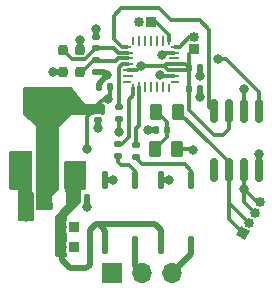
<source format=gtl>
G04 #@! TF.GenerationSoftware,KiCad,Pcbnew,(6.0.7)*
G04 #@! TF.CreationDate,2023-04-27T15:14:37-07:00*
G04 #@! TF.ProjectId,OBC-Attempt-3_Dual_Deploy,4f42432d-4174-4746-956d-70742d335f44,rev?*
G04 #@! TF.SameCoordinates,Original*
G04 #@! TF.FileFunction,Copper,L1,Top*
G04 #@! TF.FilePolarity,Positive*
%FSLAX46Y46*%
G04 Gerber Fmt 4.6, Leading zero omitted, Abs format (unit mm)*
G04 Created by KiCad (PCBNEW (6.0.7)) date 2023-04-27 15:14:37*
%MOMM*%
%LPD*%
G01*
G04 APERTURE LIST*
G04 Aperture macros list*
%AMRoundRect*
0 Rectangle with rounded corners*
0 $1 Rounding radius*
0 $2 $3 $4 $5 $6 $7 $8 $9 X,Y pos of 4 corners*
0 Add a 4 corners polygon primitive as box body*
4,1,4,$2,$3,$4,$5,$6,$7,$8,$9,$2,$3,0*
0 Add four circle primitives for the rounded corners*
1,1,$1+$1,$2,$3*
1,1,$1+$1,$4,$5*
1,1,$1+$1,$6,$7*
1,1,$1+$1,$8,$9*
0 Add four rect primitives between the rounded corners*
20,1,$1+$1,$2,$3,$4,$5,0*
20,1,$1+$1,$4,$5,$6,$7,0*
20,1,$1+$1,$6,$7,$8,$9,0*
20,1,$1+$1,$8,$9,$2,$3,0*%
%AMHorizOval*
0 Thick line with rounded ends*
0 $1 width*
0 $2 $3 position (X,Y) of the first rounded end (center of the circle)*
0 $4 $5 position (X,Y) of the second rounded end (center of the circle)*
0 Add line between two ends*
20,1,$1,$2,$3,$4,$5,0*
0 Add two circle primitives to create the rounded ends*
1,1,$1,$2,$3*
1,1,$1,$4,$5*%
%AMRotRect*
0 Rectangle, with rotation*
0 The origin of the aperture is its center*
0 $1 length*
0 $2 width*
0 $3 Rotation angle, in degrees counterclockwise*
0 Add horizontal line*
21,1,$1,$2,0,0,$3*%
%AMFreePoly0*
4,1,14,0.230680,0.111820,0.364320,-0.021821,0.377500,-0.053642,0.377500,-0.080000,0.364320,-0.111820,0.332500,-0.125000,-0.332500,-0.125000,-0.364320,-0.111820,-0.377500,-0.080000,-0.377500,0.080000,-0.364320,0.111820,-0.332500,0.125000,0.198860,0.125000,0.230680,0.111820,0.230680,0.111820,$1*%
%AMFreePoly1*
4,1,14,0.364320,0.111820,0.377500,0.080000,0.377501,0.053640,0.364318,0.021819,0.230680,-0.111820,0.198860,-0.125000,-0.332500,-0.125000,-0.364320,-0.111820,-0.377500,-0.080000,-0.377500,0.080000,-0.364320,0.111820,-0.332500,0.125000,0.332500,0.125000,0.364320,0.111820,0.364320,0.111820,$1*%
%AMFreePoly2*
4,1,15,0.053642,0.377500,0.080000,0.377500,0.111820,0.364320,0.125000,0.332500,0.125000,-0.332500,0.111820,-0.364320,0.080000,-0.377500,-0.080000,-0.377500,-0.111820,-0.364320,-0.125000,-0.332500,-0.125000,0.198860,-0.111820,0.230680,0.021820,0.364320,0.053640,0.377501,0.053642,0.377500,0.053642,0.377500,$1*%
%AMFreePoly3*
4,1,14,-0.021820,0.364320,0.111820,0.230679,0.125000,0.198858,0.125000,-0.332500,0.111820,-0.364320,0.080000,-0.377500,-0.080000,-0.377500,-0.111820,-0.364320,-0.125000,-0.332500,-0.125000,0.332500,-0.111820,0.364320,-0.080000,0.377500,-0.053640,0.377500,-0.021820,0.364320,-0.021820,0.364320,$1*%
%AMFreePoly4*
4,1,14,0.364320,0.111820,0.377500,0.080000,0.377500,-0.080000,0.364320,-0.111820,0.332500,-0.125000,-0.198860,-0.125001,-0.230681,-0.111818,-0.364320,0.021820,-0.377500,0.053640,-0.377500,0.080000,-0.364320,0.111820,-0.332500,0.125000,0.332500,0.125000,0.364320,0.111820,0.364320,0.111820,$1*%
%AMFreePoly5*
4,1,15,-0.198858,0.125000,0.332500,0.125000,0.364320,0.111820,0.377500,0.080000,0.377500,-0.080000,0.364320,-0.111820,0.332500,-0.125000,-0.332500,-0.125000,-0.364320,-0.111820,-0.377500,-0.080000,-0.377500,-0.053640,-0.364320,-0.021820,-0.230680,0.111820,-0.198860,0.125001,-0.198858,0.125000,-0.198858,0.125000,$1*%
%AMFreePoly6*
4,1,14,0.111820,0.364320,0.125000,0.332500,0.125001,-0.198860,0.111818,-0.230681,-0.021820,-0.364320,-0.053640,-0.377500,-0.080000,-0.377500,-0.111820,-0.364320,-0.125000,-0.332500,-0.125000,0.332500,-0.111820,0.364320,-0.080000,0.377500,0.080000,0.377500,0.111820,0.364320,0.111820,0.364320,$1*%
%AMFreePoly7*
4,1,14,0.111820,0.364320,0.125000,0.332500,0.125000,-0.332500,0.111820,-0.364320,0.080000,-0.377500,0.053640,-0.377501,0.021819,-0.364318,-0.111820,-0.230680,-0.125000,-0.198860,-0.125000,0.332500,-0.111820,0.364320,-0.080000,0.377500,0.080000,0.377500,0.111820,0.364320,0.111820,0.364320,$1*%
G04 Aperture macros list end*
G04 #@! TA.AperFunction,SMDPad,CuDef*
%ADD10RoundRect,0.140000X-0.170000X0.140000X-0.170000X-0.140000X0.170000X-0.140000X0.170000X0.140000X0*%
G04 #@! TD*
G04 #@! TA.AperFunction,SMDPad,CuDef*
%ADD11RoundRect,0.140000X0.170000X-0.140000X0.170000X0.140000X-0.170000X0.140000X-0.170000X-0.140000X0*%
G04 #@! TD*
G04 #@! TA.AperFunction,SMDPad,CuDef*
%ADD12R,1.500000X2.000000*%
G04 #@! TD*
G04 #@! TA.AperFunction,SMDPad,CuDef*
%ADD13R,3.800000X2.000000*%
G04 #@! TD*
G04 #@! TA.AperFunction,ComponentPad*
%ADD14R,1.700000X1.700000*%
G04 #@! TD*
G04 #@! TA.AperFunction,ComponentPad*
%ADD15O,1.700000X1.700000*%
G04 #@! TD*
G04 #@! TA.AperFunction,SMDPad,CuDef*
%ADD16RoundRect,0.137500X-0.137500X0.587500X-0.137500X-0.587500X0.137500X-0.587500X0.137500X0.587500X0*%
G04 #@! TD*
G04 #@! TA.AperFunction,SMDPad,CuDef*
%ADD17RoundRect,0.135000X0.185000X-0.135000X0.185000X0.135000X-0.185000X0.135000X-0.185000X-0.135000X0*%
G04 #@! TD*
G04 #@! TA.AperFunction,ComponentPad*
%ADD18R,0.850000X0.850000*%
G04 #@! TD*
G04 #@! TA.AperFunction,ComponentPad*
%ADD19O,0.850000X0.850000*%
G04 #@! TD*
G04 #@! TA.AperFunction,SMDPad,CuDef*
%ADD20RoundRect,0.140000X-0.140000X-0.170000X0.140000X-0.170000X0.140000X0.170000X-0.140000X0.170000X0*%
G04 #@! TD*
G04 #@! TA.AperFunction,SMDPad,CuDef*
%ADD21RoundRect,0.225000X0.225000X0.250000X-0.225000X0.250000X-0.225000X-0.250000X0.225000X-0.250000X0*%
G04 #@! TD*
G04 #@! TA.AperFunction,SMDPad,CuDef*
%ADD22RoundRect,0.250000X-0.262500X-0.450000X0.262500X-0.450000X0.262500X0.450000X-0.262500X0.450000X0*%
G04 #@! TD*
G04 #@! TA.AperFunction,SMDPad,CuDef*
%ADD23RoundRect,0.250000X0.262500X0.450000X-0.262500X0.450000X-0.262500X-0.450000X0.262500X-0.450000X0*%
G04 #@! TD*
G04 #@! TA.AperFunction,ComponentPad*
%ADD24RotRect,0.850000X0.850000X150.000000*%
G04 #@! TD*
G04 #@! TA.AperFunction,ComponentPad*
%ADD25HorizOval,0.850000X0.000000X0.000000X0.000000X0.000000X0*%
G04 #@! TD*
G04 #@! TA.AperFunction,SMDPad,CuDef*
%ADD26RoundRect,0.140000X0.140000X0.170000X-0.140000X0.170000X-0.140000X-0.170000X0.140000X-0.170000X0*%
G04 #@! TD*
G04 #@! TA.AperFunction,SMDPad,CuDef*
%ADD27RoundRect,0.150000X-0.150000X0.825000X-0.150000X-0.825000X0.150000X-0.825000X0.150000X0.825000X0*%
G04 #@! TD*
G04 #@! TA.AperFunction,SMDPad,CuDef*
%ADD28RoundRect,0.200000X-0.200000X-0.250000X0.200000X-0.250000X0.200000X0.250000X-0.200000X0.250000X0*%
G04 #@! TD*
G04 #@! TA.AperFunction,SMDPad,CuDef*
%ADD29RoundRect,0.135000X-0.185000X0.135000X-0.185000X-0.135000X0.185000X-0.135000X0.185000X0.135000X0*%
G04 #@! TD*
G04 #@! TA.AperFunction,SMDPad,CuDef*
%ADD30FreePoly0,0.000000*%
G04 #@! TD*
G04 #@! TA.AperFunction,SMDPad,CuDef*
%ADD31RoundRect,0.062500X-0.375000X-0.062500X0.375000X-0.062500X0.375000X0.062500X-0.375000X0.062500X0*%
G04 #@! TD*
G04 #@! TA.AperFunction,SMDPad,CuDef*
%ADD32FreePoly1,0.000000*%
G04 #@! TD*
G04 #@! TA.AperFunction,SMDPad,CuDef*
%ADD33FreePoly2,0.000000*%
G04 #@! TD*
G04 #@! TA.AperFunction,SMDPad,CuDef*
%ADD34RoundRect,0.062500X-0.062500X-0.375000X0.062500X-0.375000X0.062500X0.375000X-0.062500X0.375000X0*%
G04 #@! TD*
G04 #@! TA.AperFunction,SMDPad,CuDef*
%ADD35FreePoly3,0.000000*%
G04 #@! TD*
G04 #@! TA.AperFunction,SMDPad,CuDef*
%ADD36FreePoly4,0.000000*%
G04 #@! TD*
G04 #@! TA.AperFunction,SMDPad,CuDef*
%ADD37FreePoly5,0.000000*%
G04 #@! TD*
G04 #@! TA.AperFunction,SMDPad,CuDef*
%ADD38FreePoly6,0.000000*%
G04 #@! TD*
G04 #@! TA.AperFunction,SMDPad,CuDef*
%ADD39FreePoly7,0.000000*%
G04 #@! TD*
G04 #@! TA.AperFunction,ViaPad*
%ADD40C,0.800000*%
G04 #@! TD*
G04 #@! TA.AperFunction,Conductor*
%ADD41C,0.300000*%
G04 #@! TD*
G04 #@! TA.AperFunction,Conductor*
%ADD42C,0.500000*%
G04 #@! TD*
G04 APERTURE END LIST*
D10*
X150320000Y-104400000D03*
X150320000Y-105360000D03*
D11*
X150300000Y-103370000D03*
X150300000Y-102410000D03*
D12*
X143900000Y-114150000D03*
X146200000Y-114150000D03*
D13*
X146200000Y-107850000D03*
D12*
X148500000Y-114150000D03*
D14*
X151640000Y-122420000D03*
D15*
X154180000Y-122420000D03*
X156720000Y-122420000D03*
D16*
X153610000Y-114540000D03*
X151070000Y-114540000D03*
X151070000Y-120040000D03*
X153610000Y-120040000D03*
D17*
X152100000Y-112510000D03*
X152100000Y-111490000D03*
D18*
X158550000Y-103475000D03*
D19*
X158550000Y-102475000D03*
D20*
X158140001Y-105050000D03*
X159100001Y-105050000D03*
X148520000Y-116100000D03*
X149480000Y-116100000D03*
D18*
X154950000Y-101175000D03*
D19*
X153950000Y-101175000D03*
D21*
X145895000Y-116380000D03*
X144345000Y-116380000D03*
D22*
X155397500Y-108749999D03*
X157222500Y-108749999D03*
D23*
X157122500Y-111950000D03*
X155297500Y-111950000D03*
D20*
X158160001Y-106850000D03*
X159120001Y-106850000D03*
D24*
X162700000Y-119032051D03*
D25*
X163200000Y-118166026D03*
X163700000Y-117300000D03*
X164200000Y-116433975D03*
D18*
X148400000Y-120200000D03*
D19*
X147400000Y-120200000D03*
D10*
X150410000Y-108490000D03*
X150410000Y-109450000D03*
D26*
X151460000Y-106630000D03*
X150500000Y-106630000D03*
D27*
X164065000Y-108725000D03*
X162795000Y-108725000D03*
X161525000Y-108725000D03*
X160255000Y-108725000D03*
X160255000Y-113675000D03*
X161525000Y-113675000D03*
X162795000Y-113675000D03*
X164065000Y-113675000D03*
D28*
X147475000Y-103515000D03*
X147475000Y-105365000D03*
X148925000Y-105365000D03*
X148925000Y-103515000D03*
D29*
X153700000Y-111590000D03*
X153700000Y-112610000D03*
D30*
X152942500Y-103250000D03*
D31*
X153002500Y-103750000D03*
X153002500Y-104250000D03*
X153002500Y-104750000D03*
X153002500Y-105250000D03*
X153002500Y-105750000D03*
D32*
X152942500Y-106250000D03*
D33*
X153440000Y-106747500D03*
D34*
X153940000Y-106687500D03*
X154440000Y-106687500D03*
X154940000Y-106687500D03*
X155440000Y-106687500D03*
X155940000Y-106687500D03*
D35*
X156440000Y-106747500D03*
D36*
X156937500Y-106250000D03*
D31*
X156877500Y-105750000D03*
X156877500Y-105250000D03*
X156877500Y-104750000D03*
X156877500Y-104250000D03*
X156877500Y-103750000D03*
D37*
X156937500Y-103250000D03*
D38*
X156440000Y-102752500D03*
D34*
X155940000Y-102812500D03*
X155440000Y-102812500D03*
X154940000Y-102812500D03*
X154440000Y-102812500D03*
X153940000Y-102812500D03*
D39*
X153440000Y-102752500D03*
D18*
X148400000Y-118500000D03*
D19*
X147400000Y-118500000D03*
D26*
X156330000Y-110350000D03*
X155370000Y-110350000D03*
D16*
X158340000Y-114530000D03*
X155800000Y-114530000D03*
X155800000Y-120030000D03*
X158340000Y-120030000D03*
D29*
X152190000Y-108350000D03*
X152190000Y-109370000D03*
D40*
X151300000Y-107650000D03*
X149500000Y-111910000D03*
X154080000Y-104900000D03*
X159100000Y-105750000D03*
X148925000Y-102675000D03*
X151250000Y-105630000D03*
X155722070Y-105649500D03*
X150300000Y-101725000D03*
X154700000Y-110350000D03*
X144350000Y-112500000D03*
X150425000Y-110125000D03*
X143400000Y-112500000D03*
X162799949Y-106863431D03*
X151750000Y-114540000D03*
X149475000Y-116800000D03*
X144350000Y-117650000D03*
X159125000Y-107550000D03*
X146675000Y-105375000D03*
X164050000Y-112300000D03*
X156470000Y-114540000D03*
X152200000Y-110450000D03*
X158496000Y-112014000D03*
X162814000Y-115316000D03*
X160625000Y-104300000D03*
X155868345Y-103997521D03*
D41*
X160274000Y-110744000D02*
X161036000Y-110744000D01*
X158160001Y-105070000D02*
X158140001Y-105050000D01*
X151460000Y-107490000D02*
X151300000Y-107650000D01*
X156191480Y-104750000D02*
X156041480Y-104900000D01*
X156877500Y-104750000D02*
X157840001Y-104750000D01*
X158160001Y-108630001D02*
X160274000Y-110744000D01*
X149500000Y-109170000D02*
X150180000Y-108490000D01*
X156877500Y-105250000D02*
X157940001Y-105250000D01*
X156877500Y-105250000D02*
X156391480Y-105250000D01*
X158160001Y-106850000D02*
X158160001Y-105070000D01*
X156391480Y-105250000D02*
X156170740Y-105029260D01*
X150950000Y-107650000D02*
X151300000Y-107650000D01*
X150180000Y-108490000D02*
X150410000Y-108490000D01*
X150400000Y-108480000D02*
X150400000Y-108200000D01*
X161525000Y-110255000D02*
X161525000Y-108725000D01*
X156170740Y-105029260D02*
X156041480Y-104900000D01*
X157840001Y-104750000D02*
X158140001Y-105050000D01*
X153730000Y-105250000D02*
X154080000Y-104900000D01*
X153002500Y-105250000D02*
X153730000Y-105250000D01*
X154080000Y-104900000D02*
X156041480Y-104900000D01*
X157940001Y-105250000D02*
X158140001Y-105050000D01*
X150410000Y-108490000D02*
X150400000Y-108480000D01*
X150400000Y-108200000D02*
X150950000Y-107650000D01*
X158550000Y-103475000D02*
X158140001Y-103884999D01*
X158160001Y-106850000D02*
X158160001Y-108630001D01*
X151460000Y-106630000D02*
X151460000Y-107490000D01*
X156877500Y-104750000D02*
X156191480Y-104750000D01*
X161036000Y-110744000D02*
X161525000Y-110255000D01*
X158140001Y-103884999D02*
X158140001Y-105050000D01*
X149500000Y-111910000D02*
X149500000Y-109170000D01*
D42*
X150980000Y-105360000D02*
X151250000Y-105630000D01*
D41*
X155822570Y-105750000D02*
X155722070Y-105649500D01*
D42*
X159100001Y-105050000D02*
X159100000Y-105750000D01*
X150320000Y-105360000D02*
X150980000Y-105360000D01*
X149475000Y-116800000D02*
X149480000Y-116795000D01*
X150425000Y-110125000D02*
X150410000Y-110110000D01*
X159125000Y-107550000D02*
X159120001Y-107545001D01*
X155810000Y-114540000D02*
X155800000Y-114530000D01*
X156470000Y-114540000D02*
X155810000Y-114540000D01*
X164050000Y-112300000D02*
X164065000Y-112315000D01*
X148925000Y-102675000D02*
X148925000Y-103515000D01*
X159120001Y-107545001D02*
X159120001Y-106850000D01*
D41*
X162795000Y-108725000D02*
X162795000Y-106868380D01*
D42*
X149480000Y-116795000D02*
X149480000Y-116100000D01*
X164065000Y-112315000D02*
X164065000Y-113675000D01*
X150500000Y-106630000D02*
X150500000Y-106380000D01*
X150410000Y-110110000D02*
X150410000Y-109450000D01*
X146675000Y-105375000D02*
X146685000Y-105365000D01*
X150500000Y-106380000D02*
X151250000Y-105630000D01*
X155370000Y-110350000D02*
X154700000Y-110350000D01*
X151750000Y-114540000D02*
X151070000Y-114540000D01*
X150300000Y-101725000D02*
X150300000Y-102410000D01*
D41*
X156877500Y-105750000D02*
X155822570Y-105750000D01*
D42*
X146685000Y-105365000D02*
X147475000Y-105365000D01*
D41*
X162795000Y-106868380D02*
X162799949Y-106863431D01*
X153002500Y-104750000D02*
X152481637Y-104750000D01*
X152481637Y-104750000D02*
X152190000Y-105041637D01*
X152190000Y-105041637D02*
X152190000Y-108350000D01*
X152190000Y-110440000D02*
X152200000Y-110450000D01*
X152190000Y-109370000D02*
X152190000Y-110440000D01*
X157122500Y-111950000D02*
X158432000Y-111950000D01*
X158432000Y-111950000D02*
X158496000Y-112014000D01*
X163931975Y-116433975D02*
X162814000Y-115316000D01*
X163700000Y-117300000D02*
X162814000Y-116414000D01*
X162814000Y-115316000D02*
X162814000Y-113694000D01*
X162814000Y-113694000D02*
X162795000Y-113675000D01*
X162814000Y-116414000D02*
X162814000Y-115316000D01*
X164200000Y-116433975D02*
X163931975Y-116433975D01*
X160625000Y-104300000D02*
X161297179Y-104300000D01*
X155868345Y-103997521D02*
X156115866Y-103750000D01*
X164065000Y-107067821D02*
X164065000Y-108725000D01*
X161297179Y-104300000D02*
X164065000Y-107067821D01*
X156115866Y-103750000D02*
X156877500Y-103750000D01*
X159875000Y-108345000D02*
X159875000Y-101805000D01*
X156620000Y-101000000D02*
X155630000Y-100010000D01*
X152420000Y-100010000D02*
X151810000Y-100620000D01*
X151810000Y-100620000D02*
X151810000Y-102620000D01*
X155630000Y-100010000D02*
X152420000Y-100010000D01*
X159875000Y-101805000D02*
X159070000Y-101000000D01*
X151810000Y-102620000D02*
X152440000Y-103250000D01*
X160255000Y-108725000D02*
X159875000Y-108345000D01*
X159070000Y-101000000D02*
X156620000Y-101000000D01*
X152440000Y-103250000D02*
X152942500Y-103250000D01*
X160232501Y-111760000D02*
X160274000Y-111760000D01*
X162700000Y-119032051D02*
X161544000Y-117876051D01*
X161525000Y-113675000D02*
X161525000Y-116491026D01*
X161544000Y-116510026D02*
X161525000Y-116491026D01*
X161525000Y-116491026D02*
X163200000Y-118166026D01*
X160274000Y-111760000D02*
X161525000Y-113011000D01*
X161525000Y-113011000D02*
X161525000Y-113675000D01*
X157222500Y-108749999D02*
X160232501Y-111760000D01*
X161544000Y-117876051D02*
X161544000Y-116510026D01*
X151770000Y-103370000D02*
X150300000Y-103370000D01*
X153002500Y-103750000D02*
X152150000Y-103750000D01*
X152150000Y-103750000D02*
X151770000Y-103370000D01*
X150300000Y-103370000D02*
X149355000Y-104315000D01*
X149355000Y-104315000D02*
X148275000Y-104315000D01*
X148275000Y-104315000D02*
X147475000Y-103515000D01*
X148925000Y-105365000D02*
X149115000Y-105365000D01*
X151950000Y-104450000D02*
X150370000Y-104450000D01*
X149115000Y-105365000D02*
X150080000Y-104400000D01*
X150080000Y-104400000D02*
X150320000Y-104400000D01*
X153002500Y-104250000D02*
X152150000Y-104250000D01*
X152150000Y-104250000D02*
X151950000Y-104450000D01*
X150370000Y-104450000D02*
X150320000Y-104400000D01*
X157375000Y-103250000D02*
X156937500Y-103250000D01*
X158150000Y-102475000D02*
X157375000Y-103250000D01*
X158550000Y-102475000D02*
X158150000Y-102475000D01*
X155323363Y-101175000D02*
X154950000Y-101175000D01*
X156440000Y-102752500D02*
X156440000Y-102291637D01*
X156440000Y-102291637D02*
X155323363Y-101175000D01*
D42*
X155800000Y-120030000D02*
X155800000Y-118800000D01*
X155300000Y-118300000D02*
X150550000Y-118300000D01*
X148050000Y-122000000D02*
X147400000Y-121350000D01*
X149750000Y-121700000D02*
X149450000Y-122000000D01*
X155800000Y-118800000D02*
X155300000Y-118300000D01*
X150550000Y-118300000D02*
X150250000Y-118300000D01*
X151070000Y-120040000D02*
X151070000Y-118820000D01*
X147400000Y-121350000D02*
X147400000Y-120200000D01*
X151070000Y-118820000D02*
X150550000Y-118300000D01*
X149450000Y-122000000D02*
X148050000Y-122000000D01*
X150250000Y-118300000D02*
X149750000Y-118800000D01*
X149750000Y-118800000D02*
X149750000Y-121700000D01*
D41*
X156330000Y-110917500D02*
X155297500Y-111950000D01*
X155397500Y-108749999D02*
X155449999Y-108749999D01*
X155449999Y-108749999D02*
X156330000Y-109630000D01*
X156330000Y-109630000D02*
X156330000Y-110350000D01*
X156330000Y-110350000D02*
X156330000Y-110917500D01*
X152100000Y-111490000D02*
X152450000Y-111490000D01*
X153040000Y-110900000D02*
X153040000Y-107770000D01*
X153040000Y-107770000D02*
X153440000Y-107370000D01*
X152450000Y-111490000D02*
X153040000Y-110900000D01*
X153440000Y-107370000D02*
X153440000Y-106747500D01*
D42*
X153610000Y-120040000D02*
X153610000Y-121850000D01*
X153610000Y-121850000D02*
X154180000Y-122420000D01*
D41*
X153940000Y-106687500D02*
X153940000Y-109940000D01*
X153940000Y-109940000D02*
X153700000Y-110180000D01*
X153700000Y-110180000D02*
X153700000Y-111590000D01*
X152100000Y-112510000D02*
X152100000Y-113000000D01*
X152100000Y-113000000D02*
X152400000Y-113300000D01*
X153610000Y-113810000D02*
X153610000Y-114540000D01*
X153100000Y-113300000D02*
X153610000Y-113810000D01*
X152400000Y-113300000D02*
X153100000Y-113300000D01*
X153700000Y-112610000D02*
X153700000Y-112700000D01*
X153700000Y-112700000D02*
X154200000Y-113200000D01*
X158340000Y-113740000D02*
X158340000Y-114530000D01*
X157800000Y-113200000D02*
X158340000Y-113740000D01*
X154200000Y-113200000D02*
X157800000Y-113200000D01*
D42*
X158340000Y-120030000D02*
X158340000Y-120800000D01*
X158340000Y-120800000D02*
X156720000Y-122420000D01*
G04 #@! TA.AperFunction,Conductor*
G36*
X148225671Y-106679989D02*
G01*
X148257939Y-106709666D01*
X148324185Y-106796388D01*
X149320000Y-108100000D01*
X149331344Y-108099865D01*
X150872500Y-108081518D01*
X150940854Y-108100708D01*
X150987982Y-108153806D01*
X151000000Y-108207509D01*
X151000000Y-108874000D01*
X150979998Y-108942121D01*
X150926342Y-108988614D01*
X150874000Y-109000000D01*
X150748829Y-109000000D01*
X150695579Y-108988195D01*
X150678224Y-108980102D01*
X150678223Y-108980102D01*
X150669487Y-108976028D01*
X150619901Y-108969500D01*
X150410077Y-108969500D01*
X150200100Y-108969501D01*
X150150513Y-108976028D01*
X150141779Y-108980101D01*
X150141778Y-108980101D01*
X150124421Y-108988195D01*
X150071171Y-109000000D01*
X148230000Y-109000000D01*
X147140000Y-110020000D01*
X147140000Y-115279099D01*
X147119998Y-115347220D01*
X147104645Y-115366618D01*
X146592584Y-115896966D01*
X146592583Y-115896967D01*
X146580000Y-115910000D01*
X146580267Y-115920497D01*
X146606668Y-116958938D01*
X146588404Y-117027545D01*
X146535947Y-117075386D01*
X146478909Y-117088127D01*
X145533780Y-117074625D01*
X145334806Y-117071783D01*
X145266978Y-117050810D01*
X145221256Y-116996496D01*
X145210607Y-116945183D01*
X145215594Y-115920497D01*
X145230000Y-112960000D01*
X145220000Y-110030000D01*
X145196159Y-110007622D01*
X144627429Y-109473815D01*
X144119531Y-108997104D01*
X144083551Y-108935902D01*
X144079763Y-108905784D01*
X144076480Y-108153806D01*
X144070552Y-106796388D01*
X144090257Y-106728181D01*
X144143709Y-106681454D01*
X144196243Y-106669838D01*
X144828359Y-106668293D01*
X148157502Y-106660153D01*
X148225671Y-106679989D01*
G37*
G04 #@! TD.AperFunction*
G04 #@! TA.AperFunction,Conductor*
G36*
X144792121Y-112070002D02*
G01*
X144838614Y-112123658D01*
X144850000Y-112176000D01*
X144850000Y-115350000D01*
X144986698Y-115623396D01*
X145000000Y-115679745D01*
X145000000Y-117924000D01*
X144979998Y-117992121D01*
X144926342Y-118038614D01*
X144874000Y-118050000D01*
X143776000Y-118050000D01*
X143707879Y-118029998D01*
X143661386Y-117976342D01*
X143650000Y-117924000D01*
X143650000Y-115350000D01*
X143076000Y-115350000D01*
X143007879Y-115329998D01*
X142961386Y-115276342D01*
X142950000Y-115224000D01*
X142950000Y-112176000D01*
X142970002Y-112107879D01*
X143023658Y-112061386D01*
X143076000Y-112050000D01*
X144724000Y-112050000D01*
X144792121Y-112070002D01*
G37*
G04 #@! TD.AperFunction*
G04 #@! TA.AperFunction,Conductor*
G36*
X149392121Y-112970002D02*
G01*
X149438614Y-113023658D01*
X149450000Y-113076000D01*
X149450000Y-115224000D01*
X149429998Y-115292121D01*
X149376342Y-115338614D01*
X149324000Y-115350000D01*
X149000000Y-115350000D01*
X149000000Y-115882471D01*
X148999833Y-115887570D01*
X148999500Y-115890099D01*
X148999500Y-115894221D01*
X148999501Y-116304194D01*
X148979499Y-116372314D01*
X148969420Y-116385898D01*
X147850000Y-117700000D01*
X147850000Y-117862964D01*
X147828765Y-117932967D01*
X147786133Y-117996769D01*
X147774500Y-118055252D01*
X147774500Y-118944748D01*
X147786133Y-119003231D01*
X147793026Y-119013547D01*
X147828765Y-119067033D01*
X147850000Y-119137036D01*
X147850000Y-119562964D01*
X147828765Y-119632967D01*
X147786133Y-119696769D01*
X147774500Y-119755252D01*
X147774500Y-120644748D01*
X147786133Y-120703231D01*
X147793026Y-120713547D01*
X147828765Y-120767033D01*
X147850000Y-120837036D01*
X147850000Y-120924000D01*
X147829998Y-120992121D01*
X147776342Y-121038614D01*
X147724000Y-121050000D01*
X146974106Y-121050000D01*
X146905985Y-121029998D01*
X146859492Y-120976342D01*
X146848120Y-120925909D01*
X146800703Y-117796388D01*
X146819671Y-117727972D01*
X146829548Y-117714232D01*
X147738463Y-116613966D01*
X147750000Y-116600000D01*
X147750000Y-115650000D01*
X147744631Y-115637919D01*
X147744630Y-115637916D01*
X147560860Y-115224435D01*
X147550000Y-115173262D01*
X147550000Y-113076000D01*
X147570002Y-113007879D01*
X147623658Y-112961386D01*
X147676000Y-112950000D01*
X149324000Y-112950000D01*
X149392121Y-112970002D01*
G37*
G04 #@! TD.AperFunction*
M02*

</source>
